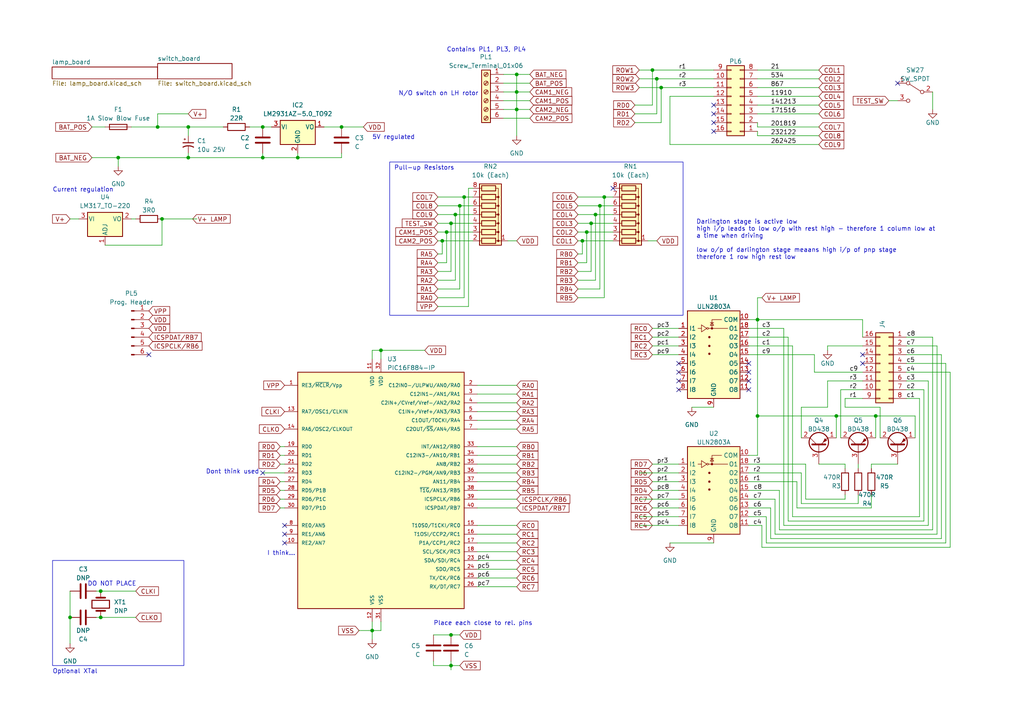
<source format=kicad_sch>
(kicad_sch (version 20230121) (generator eeschema)
  (paper "A4")
  (title_block (title "EngimaHut Switch Board"))
  (lib_symbols
    (symbol "Connector:Conn_01x06_Pin" (pin_names (offset 1.016) hide)
      (property "Reference" "J" (at 0 7.62 0))
      (property "Value" "Conn_01x06_Pin" (at 0 -10.16 0))
      (symbol "Conn_01x06_Pin_1_1"
        (pin passive line (at 5.08 5.08 180) (length 3.81) (name "Pin_1") (number "1"))
        (pin passive line (at 5.08 2.54 180) (length 3.81) (name "Pin_2") (number "2"))
        (pin passive line (at 5.08 0 180) (length 3.81) (name "Pin_3") (number "3"))
        (pin passive line (at 5.08 -2.54 180) (length 3.81) (name "Pin_4") (number "4"))
        (pin passive line (at 5.08 -5.08 180) (length 3.81) (name "Pin_5") (number "5"))
        (pin passive line (at 5.08 -7.62 180) (length 3.81) (name "Pin_6") (number "6"))
      )
    )
    (symbol "Connector:Screw_Terminal_01x06" (pin_names (offset 1.016) hide)
      (property "Reference" "J" (at 0 7.62 0))
      (property "Value" "Screw_Terminal_01x06" (at 0 -10.16 0))
      (symbol "Screw_Terminal_01x06_1_1"
        (pin passive line (at -5.08 5.08 0) (length 3.81) (name "Pin_1") (number "1"))
        (pin passive line (at -5.08 2.54 0) (length 3.81) (name "Pin_2") (number "2"))
        (pin passive line (at -5.08 0 0) (length 3.81) (name "Pin_3") (number "3"))
        (pin passive line (at -5.08 -2.54 0) (length 3.81) (name "Pin_4") (number "4"))
        (pin passive line (at -5.08 -5.08 0) (length 3.81) (name "Pin_5") (number "5"))
        (pin passive line (at -5.08 -7.62 0) (length 3.81) (name "Pin_6") (number "6"))
      )
    )
    (symbol "Connector_Generic:Conn_02x08_Counter_Clockwise" (pin_names (offset 1.016) hide)
      (property "Reference" "J" (at 1.27 10.16 0))
      (property "Value" "Conn_02x08_Counter_Clockwise" (at 1.27 -12.7 0))
      (symbol "Conn_02x08_Counter_Clockwise_1_1"
        (pin passive line (at -5.08 7.62 0) (length 3.81) (name "Pin_1") (number "1"))
        (pin passive line (at 7.62 -7.62 180) (length 3.81) (name "Pin_10") (number "10"))
        (pin passive line (at 7.62 -5.08 180) (length 3.81) (name "Pin_11") (number "11"))
        (pin passive line (at 7.62 -2.54 180) (length 3.81) (name "Pin_12") (number "12"))
        (pin passive line (at 7.62 0 180) (length 3.81) (name "Pin_13") (number "13"))
        (pin passive line (at 7.62 2.54 180) (length 3.81) (name "Pin_14") (number "14"))
        (pin passive line (at 7.62 5.08 180) (length 3.81) (name "Pin_15") (number "15"))
        (pin passive line (at 7.62 7.62 180) (length 3.81) (name "Pin_16") (number "16"))
        (pin passive line (at -5.08 5.08 0) (length 3.81) (name "Pin_2") (number "2"))
        (pin passive line (at -5.08 2.54 0) (length 3.81) (name "Pin_3") (number "3"))
        (pin passive line (at -5.08 0 0) (length 3.81) (name "Pin_4") (number "4"))
        (pin passive line (at -5.08 -2.54 0) (length 3.81) (name "Pin_5") (number "5"))
        (pin passive line (at -5.08 -5.08 0) (length 3.81) (name "Pin_6") (number "6"))
        (pin passive line (at -5.08 -7.62 0) (length 3.81) (name "Pin_7") (number "7"))
        (pin passive line (at -5.08 -10.16 0) (length 3.81) (name "Pin_8") (number "8"))
        (pin passive line (at 7.62 -10.16 180) (length 3.81) (name "Pin_9") (number "9"))
      )
    )
    (symbol "Device:C" (pin_numbers hide) (pin_names (offset 0.254))
      (property "Reference" "C" (at 0.635 2.54 0))
      (property "Value" "C" (at 0.635 -2.54 0))
      (symbol "C_1_1"
        (pin passive line (at 0 3.81 270) (length 2.794) (name "~") (number "1"))
        (pin passive line (at 0 -3.81 90) (length 2.794) (name "~") (number "2"))
      )
    )
    (symbol "Device:C_Polarized_Small_US" (pin_numbers hide) (pin_names (offset 0.254) hide)
      (property "Reference" "C" (at 0.254 1.778 0))
      (property "Value" "C_Polarized_Small_US" (at 0.254 -2.032 0))
      (symbol "C_Polarized_Small_US_1_1"
        (pin passive line (at 0 2.54 270) (length 2.032) (name "~") (number "1"))
        (pin passive line (at 0 -2.54 90) (length 2.032) (name "~") (number "2"))
      )
    )
    (symbol "Device:Crystal" (pin_numbers hide) (pin_names (offset 1.016) hide)
      (property "Reference" "Y" (at 0 3.81 0))
      (property "Value" "Crystal" (at 0 -3.81 0))
      (symbol "Crystal_1_1"
        (pin passive line (at -3.81 0 0) (length 1.27) (name "1") (number "1"))
        (pin passive line (at 3.81 0 180) (length 1.27) (name "2") (number "2"))
      )
    )
    (symbol "Device:Fuse" (pin_numbers hide) (pin_names (offset 0))
      (property "Reference" "F" (at 2.032 0 90))
      (property "Value" "Fuse" (at -1.905 0 90))
      (symbol "Fuse_1_1"
        (pin passive line (at 0 3.81 270) (length 1.27) (name "~") (number "1"))
        (pin passive line (at 0 -3.81 90) (length 1.27) (name "~") (number "2"))
      )
    )
    (symbol "Device:R" (pin_numbers hide) (pin_names (offset 0))
      (property "Reference" "R" (at 2.032 0 90))
      (property "Value" "R" (at 0 0 90))
      (symbol "R_1_1"
        (pin passive line (at 0 3.81 270) (length 1.27) (name "~") (number "1"))
        (pin passive line (at 0 -3.81 90) (length 1.27) (name "~") (number "2"))
      )
    )
    (symbol "Device:R_Network07" (pin_names (offset 0) hide)
      (property "Reference" "RN" (at -10.16 0 90))
      (property "Value" "R_Network07" (at 10.16 0 90))
      (symbol "R_Network07_1_1"
        (pin passive line (at -7.62 5.08 270) (length 2.54) (name "common") (number "1"))
        (pin passive line (at -7.62 -5.08 90) (length 1.27) (name "R1") (number "2"))
        (pin passive line (at -5.08 -5.08 90) (length 1.27) (name "R2") (number "3"))
        (pin passive line (at -2.54 -5.08 90) (length 1.27) (name "R3") (number "4"))
        (pin passive line (at 0 -5.08 90) (length 1.27) (name "R4") (number "5"))
        (pin passive line (at 2.54 -5.08 90) (length 1.27) (name "R5") (number "6"))
        (pin passive line (at 5.08 -5.08 90) (length 1.27) (name "R6") (number "7"))
        (pin passive line (at 7.62 -5.08 90) (length 1.27) (name "R7") (number "8"))
      )
    )
    (symbol "MCU_Microchip_PIC16:PIC16F884-IP" (pin_names (offset 1.016))
      (property "Reference" "U" (at 6.35 38.1 0))
      (property "Value" "PIC16F884-IP" (at 6.35 35.56 0))
      (symbol "PIC16F884-IP_1_1"
        (pin input line (at -27.94 30.48 0) (length 3.81) (name "RE3/~{MCLR}/Vpp") (number "1"))
        (pin bidirectional line (at -27.94 -15.24 0) (length 3.81) (name "RE2/AN7") (number "10"))
        (pin power_in line (at -2.54 38.1 270) (length 3.81) (name "VDD") (number "11"))
        (pin power_in line (at -2.54 -38.1 90) (length 3.81) (name "VSS") (number "12"))
        (pin bidirectional line (at -27.94 22.86 0) (length 3.81) (name "RA7/OSC1/CLKIN") (number "13"))
        (pin bidirectional line (at -27.94 17.78 0) (length 3.81) (name "RA6/OSC2/CLKOUT") (number "14"))
        (pin bidirectional line (at 27.94 -10.16 180) (length 3.81) (name "T10S0/T1CKI/RC0") (number "15"))
        (pin bidirectional line (at 27.94 -12.7 180) (length 3.81) (name "T1OSI/CCP2/RC1") (number "16"))
        (pin bidirectional line (at 27.94 -15.24 180) (length 3.81) (name "P1A/CCP1/RC2") (number "17"))
        (pin bidirectional line (at 27.94 -17.78 180) (length 3.81) (name "SCL/SCK/RC3") (number "18"))
        (pin bidirectional line (at -27.94 12.7 0) (length 3.81) (name "RD0") (number "19"))
        (pin bidirectional line (at 27.94 30.48 180) (length 3.81) (name "C12IN0-/ULPWU/AN0/RA0") (number "2"))
        (pin bidirectional line (at -27.94 10.16 0) (length 3.81) (name "RD1") (number "20"))
        (pin bidirectional line (at -27.94 7.62 0) (length 3.81) (name "RD2") (number "21"))
        (pin bidirectional line (at -27.94 5.08 0) (length 3.81) (name "RD3") (number "22"))
        (pin bidirectional line (at 27.94 -20.32 180) (length 3.81) (name "SDA/SDI/RC4") (number "23"))
        (pin bidirectional line (at 27.94 -22.86 180) (length 3.81) (name "SDO/RC5") (number "24"))
        (pin bidirectional line (at 27.94 -25.4 180) (length 3.81) (name "TX/CK/RC6") (number "25"))
        (pin bidirectional line (at 27.94 -27.94 180) (length 3.81) (name "RX/DT/RC7") (number "26"))
        (pin bidirectional line (at -27.94 2.54 0) (length 3.81) (name "RD4") (number "27"))
        (pin bidirectional line (at -27.94 0 0) (length 3.81) (name "RD5/P1B") (number "28"))
        (pin bidirectional line (at -27.94 -2.54 0) (length 3.81) (name "RD6/P1C") (number "29"))
        (pin bidirectional line (at 27.94 27.94 180) (length 3.81) (name "C12IN1-/AN1/RA1") (number "3"))
        (pin bidirectional line (at -27.94 -5.08 0) (length 3.81) (name "RD7/P1D") (number "30"))
        (pin power_in line (at 0 -38.1 90) (length 3.81) (name "VSS") (number "31"))
        (pin power_in line (at 0 38.1 270) (length 3.81) (name "VDD") (number "32"))
        (pin bidirectional line (at 27.94 12.7 180) (length 3.81) (name "INT/AN12/RB0") (number "33"))
        (pin bidirectional line (at 27.94 10.16 180) (length 3.81) (name "C12IN3-/AN10/RB1") (number "34"))
        (pin bidirectional line (at 27.94 7.62 180) (length 3.81) (name "AN8/RB2") (number "35"))
        (pin bidirectional line (at 27.94 5.08 180) (length 3.81) (name "C12IN2-/PGM/AN9/RB3") (number "36"))
        (pin bidirectional line (at 27.94 2.54 180) (length 3.81) (name "AN11/RB4") (number "37"))
        (pin bidirectional line (at 27.94 0 180) (length 3.81) (name "~{T1G}/AN13/RB5") (number "38"))
        (pin bidirectional line (at 27.94 -2.54 180) (length 3.81) (name "ICSPCLK/RB6") (number "39"))
        (pin bidirectional line (at 27.94 25.4 180) (length 3.81) (name "C2IN+/CVref/Vref-/AN2/RA2") (number "4"))
        (pin bidirectional line (at 27.94 -5.08 180) (length 3.81) (name "ICSPDAT/RB7") (number "40"))
        (pin bidirectional line (at 27.94 22.86 180) (length 3.81) (name "C1IN+/Vref+/AN3/RA3") (number "5"))
        (pin bidirectional line (at 27.94 20.32 180) (length 3.81) (name "C1OUT/T0CKI/RA4") (number "6"))
        (pin bidirectional line (at 27.94 17.78 180) (length 3.81) (name "C2OUT/~{SS}/AN4/RA5") (number "7"))
        (pin bidirectional line (at -27.94 -10.16 0) (length 3.81) (name "RE0/AN5") (number "8"))
        (pin bidirectional line (at -27.94 -12.7 0) (length 3.81) (name "RE1/AN6") (number "9"))
      )
    )
    (symbol "Regulator_Linear:LM2931AZ-5.0_TO92" (pin_names (offset 0.254))
      (property "Reference" "U" (at -3.81 3.175 0))
      (property "Value" "LM2931AZ-5.0_TO92" (at 0 3.175 0))
      (symbol "LM2931AZ-5.0_TO92_1_1"
        (pin power_out line (at 7.62 0 180) (length 2.54) (name "VO") (number "1"))
        (pin power_in line (at 0 -7.62 90) (length 2.54) (name "GND") (number "2"))
        (pin power_in line (at -7.62 0 0) (length 2.54) (name "VI") (number "3"))
      )
    )
    (symbol "Regulator_Linear:LM317_TO-220" (pin_names (offset 0.254))
      (property "Reference" "U" (at -3.81 3.175 0))
      (property "Value" "LM317_TO-220" (at 0 3.175 0))
      (symbol "LM317_TO-220_1_1"
        (pin input line (at 0 -7.62 90) (length 2.54) (name "ADJ") (number "1"))
        (pin power_out line (at 7.62 0 180) (length 2.54) (name "VO") (number "2"))
        (pin power_in line (at -7.62 0 0) (length 2.54) (name "VI") (number "3"))
      )
    )
    (symbol "Switch:SW_SPDT" (pin_names (offset 0) hide)
      (property "Reference" "SW" (at 0 4.318 0))
      (property "Value" "SW_SPDT" (at 0 -5.08 0))
      (symbol "SW_SPDT_1_1"
        (pin passive line (at 5.08 2.54 180) (length 2.54) (name "A") (number "1"))
        (pin passive line (at -5.08 0 0) (length 2.54) (name "B") (number "2"))
        (pin passive line (at 5.08 -2.54 180) (length 2.54) (name "C") (number "3"))
      )
    )
    (symbol "Transistor_Array:ULN2803A"
      (property "Reference" "U" (at 0 13.335 0))
      (property "Value" "ULN2803A" (at 0 11.43 0))
      (symbol "ULN2803A_1_1"
        (pin input line (at -10.16 5.08 0) (length 2.54) (name "I1") (number "1"))
        (pin passive line (at 10.16 7.62 180) (length 2.54) (name "COM") (number "10"))
        (pin open_collector line (at 10.16 -12.7 180) (length 2.54) (name "O8") (number "11"))
        (pin open_collector line (at 10.16 -10.16 180) (length 2.54) (name "O7") (number "12"))
        (pin open_collector line (at 10.16 -7.62 180) (length 2.54) (name "O6") (number "13"))
        (pin open_collector line (at 10.16 -5.08 180) (length 2.54) (name "O5") (number "14"))
        (pin open_collector line (at 10.16 -2.54 180) (length 2.54) (name "O4") (number "15"))
        (pin open_collector line (at 10.16 0 180) (length 2.54) (name "O3") (number "16"))
        (pin open_collector line (at 10.16 2.54 180) (length 2.54) (name "O2") (number "17"))
        (pin open_collector line (at 10.16 5.08 180) (length 2.54) (name "O1") (number "18"))
        (pin input line (at -10.16 2.54 0) (length 2.54) (name "I2") (number "2"))
        (pin input line (at -10.16 0 0) (length 2.54) (name "I3") (number "3"))
        (pin input line (at -10.16 -2.54 0) (length 2.54) (name "I4") (number "4"))
        (pin input line (at -10.16 -5.08 0) (length 2.54) (name "I5") (number "5"))
        (pin input line (at -10.16 -7.62 0) (length 2.54) (name "I6") (number "6"))
        (pin input line (at -10.16 -10.16 0) (length 2.54) (name "I7") (number "7"))
        (pin input line (at -10.16 -12.7 0) (length 2.54) (name "I8") (number "8"))
        (pin power_in line (at 0 -17.78 90) (length 2.54) (name "GND") (number "9"))
      )
    )
    (symbol "Transistor_BJT:BD438" (pin_names (offset 0) hide)
      (property "Reference" "Q" (at 5.08 1.905 0))
      (property "Value" "BD438" (at 5.08 0 0))
      (symbol "BD438_1_1"
        (pin passive line (at 2.54 -5.08 90) (length 2.54) (name "E") (number "1"))
        (pin passive line (at 2.54 5.08 270) (length 2.54) (name "C") (number "2"))
        (pin input line (at -5.08 0 0) (length 5.08) (name "B") (number "3"))
      )
    )
    (symbol "power:GND" (power) (pin_names (offset 0))
      (property "Value" "GND" (at 0 -3.81 0))
      (symbol "GND_1_1"
        (pin power_in line (at 0 0 270) (length 0) hide (name "GND") (number "1"))
      )
    )
  )
  (junction (at 54.61 45.72))
  (junction (at 130.81 193.04))
  (junction (at 76.2 36.83))
  (junction (at 219.71 120.65))
  (junction (at 130.81 64.77))
  (junction (at 190.5 22.86))
  (junction (at 173.99 59.69))
  (junction (at 149.86 21.59))
  (junction (at 129.54 67.31))
  (junction (at 29.21 179.07))
  (junction (at 46.99 63.5))
  (junction (at 191.77 25.4))
  (junction (at 170.18 67.31))
  (junction (at 219.71 92.71))
  (junction (at 54.61 36.83))
  (junction (at 149.86 31.75))
  (junction (at 171.45 64.77))
  (junction (at 132.08 62.23))
  (junction (at 149.86 26.67))
  (junction (at 133.35 59.69))
  (junction (at 34.29 45.72))
  (junction (at 172.72 62.23))
  (junction (at 110.49 101.6))
  (junction (at 189.23 20.32))
  (junction (at 168.91 69.85))
  (junction (at 99.06 36.83))
  (junction (at 107.95 182.88))
  (junction (at 76.2 45.72))
  (junction (at 29.21 171.45))
  (junction (at 242.57 120.65))
  (junction (at 130.81 184.15))
  (junction (at 254 120.65))
  (junction (at 45.72 36.83))
  (junction (at 134.62 57.15))
  (junction (at 86.36 45.72))
  (junction (at 20.32 179.07))
  (junction (at 175.26 57.15))
  (junction (at 128.27 69.85))
  (no_connect (at 217.17 105.41))
  (no_connect (at 207.01 35.56))
  (no_connect (at 196.85 107.95))
  (no_connect (at 217.17 110.49))
  (no_connect (at 217.17 113.03))
  (no_connect (at 76.2 137.16))
  (no_connect (at 82.55 157.48))
  (no_connect (at 196.85 105.41))
  (no_connect (at 196.85 110.49))
  (no_connect (at 196.85 113.03))
  (no_connect (at 43.18 102.87))
  (no_connect (at 82.55 152.4))
  (no_connect (at 217.17 107.95))
  (no_connect (at 250.19 105.41))
  (no_connect (at 82.55 154.94))
  (no_connect (at 177.8 54.61))
  (no_connect (at 260.35 24.13))
  (no_connect (at 250.19 102.87))
  (no_connect (at 207.01 38.1))
  (no_connect (at 207.01 30.48))
  (no_connect (at 207.01 33.02))
  (wire (pts (xy 177.8 69.85) (xy 168.91 69.85)))
  (wire (pts (xy 154.8924 159.9924) (xy 154.94 160.02)))
  (wire (pts (xy 274.32 157.48) (xy 274.32 105.41)))
  (wire (pts (xy 219.71 36.83) (xy 219.71 35.56)))
  (wire (pts (xy 222.25 157.48) (xy 274.32 157.48)))
  (wire (pts (xy 76.2 36.83) (xy 78.74 36.83)))
  (wire (pts (xy 219.71 25.4) (xy 237.49 25.4)))
  (wire (pts (xy 229.87 149.86) (xy 266.7 149.86)))
  (wire (pts (xy 228.6 97.79) (xy 228.6 151.13)))
  (wire (pts (xy 135.89 54.61) (xy 135.89 88.9)))
  (wire (pts (xy 232.41 146.05) (xy 232.41 137.16)))
  (wire (pts (xy 135.89 88.9) (xy 127 88.9)))
  (wire (pts (xy 171.45 64.77) (xy 171.45 78.74)))
  (wire (pts (xy 189.23 102.87) (xy 196.85 102.87)))
  (wire (pts (xy 29.21 171.45) (xy 27.94 171.45)))
  (wire (pts (xy 76.2 137.16) (xy 82.55 137.16)))
  (wire (pts (xy 184.15 35.56) (xy 191.77 35.56)))
  (wire (pts (xy 146.05 21.59) (xy 149.86 21.59)))
  (wire (pts (xy 254 127) (xy 254 120.65)))
  (wire (pts (xy 54.61 39.37) (xy 54.61 36.83)))
  (wire (pts (xy 220.98 158.75) (xy 275.59 158.75)))
  (wire (pts (xy 219.71 86.36) (xy 220.98 86.36)))
  (wire (pts (xy 72.39 36.83) (xy 76.2 36.83)))
  (wire (pts (xy 219.71 22.86) (xy 237.49 22.86)))
  (wire (pts (xy 184.15 95.2776) (xy 184.1976 95.2776)))
  (wire (pts (xy 175.26 57.15) (xy 175.26 86.36)))
  (wire (pts (xy 236.22 107.95) (xy 236.22 102.87)))
  (wire (pts (xy 191.77 25.4) (xy 207.01 25.4)))
  (wire (pts (xy 110.49 182.88) (xy 110.49 180.34)))
  (wire (pts (xy 219.71 39.37) (xy 237.49 39.37)))
  (wire (pts (xy 138.43 170.18) (xy 149.86 170.18)))
  (wire (pts (xy 154.94 159.9924) (xy 154.8924 159.9924)))
  (wire (pts (xy 146.05 26.67) (xy 149.86 26.67)))
  (wire (pts (xy 76.2 45.72) (xy 54.61 45.72)))
  (wire (pts (xy 255.27 118.11) (xy 255.27 127)))
  (wire (pts (xy 132.08 62.23) (xy 132.08 81.28)))
  (wire (pts (xy 240.03 100.33) (xy 250.19 100.33)))
  (wire (pts (xy 222.25 149.86) (xy 222.25 157.48)))
  (wire (pts (xy 248.92 146.05) (xy 232.41 146.05)))
  (wire (pts (xy 217.17 95.25) (xy 227.33 95.25)))
  (wire (pts (xy 266.7 115.57) (xy 262.89 115.57)))
  (wire (pts (xy 99.06 36.83) (xy 105.41 36.83)))
  (wire (pts (xy 242.57 120.65) (xy 242.57 127)))
  (wire (pts (xy 223.52 147.32) (xy 223.52 156.21)))
  (wire (pts (xy 133.35 59.69) (xy 127 59.69)))
  (wire (pts (xy 81.28 134.62) (xy 82.55 134.62)))
  (wire (pts (xy 137.16 59.69) (xy 133.35 59.69)))
  (wire (pts (xy 168.91 73.66) (xy 167.64 73.66)))
  (wire (pts (xy 262.89 107.95) (xy 275.59 107.95)))
  (wire (pts (xy 86.36 44.45) (xy 86.36 45.72)))
  (wire (pts (xy 191.77 25.4) (xy 191.77 35.56)))
  (wire (pts (xy 245.11 118.11) (xy 245.11 115.57)))
  (wire (pts (xy 231.14 139.7) (xy 231.14 147.32)))
  (wire (pts (xy 273.05 156.21) (xy 273.05 102.87)))
  (wire (pts (xy 189.23 139.7) (xy 196.85 139.7)))
  (wire (pts (xy 104.14 182.88) (xy 107.95 182.88)))
  (wire (pts (xy 125.73 184.15) (xy 130.81 184.15)))
  (wire (pts (xy 227.33 152.4) (xy 269.24 152.4)))
  (wire (pts (xy 217.17 92.71) (xy 219.71 92.71)))
  (wire (pts (xy 149.86 124.46) (xy 138.43 124.46)))
  (wire (pts (xy 130.81 193.04) (xy 133.35 193.04)))
  (wire (pts (xy 29.21 179.07) (xy 39.37 179.07)))
  (wire (pts (xy 217.17 134.62) (xy 233.68 134.62)))
  (wire (pts (xy 172.72 81.28) (xy 167.64 81.28)))
  (wire (pts (xy 222.25 149.86) (xy 217.17 149.86)))
  (wire (pts (xy 248.92 143.51) (xy 248.92 146.05)))
  (wire (pts (xy 137.16 67.31) (xy 129.54 67.31)))
  (wire (pts (xy 245.11 115.57) (xy 250.19 115.57)))
  (wire (pts (xy 224.79 144.78) (xy 224.79 154.94)))
  (wire (pts (xy 138.43 160.02) (xy 149.86 160.02)))
  (wire (pts (xy 93.98 36.83) (xy 99.06 36.83)))
  (wire (pts (xy 34.29 45.72) (xy 54.61 45.72)))
  (wire (pts (xy 219.71 92.71) (xy 250.19 92.71)))
  (wire (pts (xy 184.1976 95.2776) (xy 184.15 95.25)))
  (wire (pts (xy 194.31 27.94) (xy 207.01 27.94)))
  (wire (pts (xy 172.72 62.23) (xy 172.72 81.28)))
  (wire (pts (xy 149.86 137.16) (xy 138.43 137.16)))
  (wire (pts (xy 219.71 39.37) (xy 219.71 38.1)))
  (wire (pts (xy 189.23 95.25) (xy 196.85 95.25)))
  (wire (pts (xy 149.86 31.75) (xy 149.86 39.37)))
  (wire (pts (xy 219.71 27.94) (xy 237.49 27.94)))
  (wire (pts (xy 243.84 113.03) (xy 250.19 113.03)))
  (wire (pts (xy 146.05 24.13) (xy 153.67 24.13)))
  (wire (pts (xy 217.17 144.78) (xy 224.79 144.78)))
  (wire (pts (xy 254 120.65) (xy 265.43 120.65)))
  (wire (pts (xy 269.24 152.4) (xy 269.24 110.49)))
  (wire (pts (xy 134.62 57.15) (xy 134.62 86.36)))
  (wire (pts (xy 29.21 179.07) (xy 27.94 179.07)))
  (wire (pts (xy 207.01 157.48) (xy 194.31 157.48)))
  (wire (pts (xy 26.67 45.72) (xy 34.29 45.72)))
  (wire (pts (xy 219.71 92.71) (xy 219.71 86.36)))
  (wire (pts (xy 185.42 25.4) (xy 191.77 25.4)))
  (wire (pts (xy 99.06 44.45) (xy 99.06 45.72)))
  (wire (pts (xy 189.23 100.33) (xy 196.85 100.33)))
  (wire (pts (xy 76.2 44.45) (xy 76.2 45.72)))
  (wire (pts (xy 262.89 97.79) (xy 270.51 97.79)))
  (wire (pts (xy 170.18 67.31) (xy 170.18 76.2)))
  (wire (pts (xy 149.86 134.62) (xy 138.43 134.62)))
  (wire (pts (xy 168.91 69.85) (xy 168.91 73.66)))
  (wire (pts (xy 177.8 64.77) (xy 171.45 64.77)))
  (wire (pts (xy 262.89 113.03) (xy 267.97 113.03)))
  (wire (pts (xy 185.42 152.4) (xy 196.85 152.4)))
  (wire (pts (xy 130.81 78.74) (xy 127 78.74)))
  (wire (pts (xy 170.18 76.2) (xy 167.64 76.2)))
  (wire (pts (xy 81.28 142.24) (xy 82.55 142.24)))
  (wire (pts (xy 223.52 147.32) (xy 217.17 147.32)))
  (wire (pts (xy 242.57 120.65) (xy 254 120.65)))
  (wire (pts (xy 173.99 59.69) (xy 173.99 83.82)))
  (wire (pts (xy 226.06 142.24) (xy 226.06 153.67)))
  (wire (pts (xy 240.03 110.49) (xy 250.19 110.49)))
  (wire (pts (xy 138.43 154.94) (xy 149.86 154.94)))
  (wire (pts (xy 233.68 144.78) (xy 245.11 144.78)))
  (wire (pts (xy 217.17 97.79) (xy 228.6 97.79)))
  (wire (pts (xy 231.14 139.7) (xy 217.17 139.7)))
  (wire (pts (xy 133.35 83.82) (xy 127 83.82)))
  (wire (pts (xy 137.16 64.77) (xy 130.81 64.77)))
  (wire (pts (xy 130.81 193.04) (xy 130.81 194.31)))
  (wire (pts (xy 149.86 21.59) (xy 153.67 21.59)))
  (wire (pts (xy 133.35 59.69) (xy 133.35 83.82)))
  (wire (pts (xy 219.71 20.32) (xy 237.49 20.32)))
  (wire (pts (xy 30.48 71.12) (xy 46.99 71.12)))
  (wire (pts (xy 219.71 132.08) (xy 217.17 132.08)))
  (wire (pts (xy 54.61 36.83) (xy 64.77 36.83)))
  (wire (pts (xy 81.28 144.78) (xy 82.55 144.78)))
  (wire (pts (xy 175.26 86.36) (xy 167.64 86.36)))
  (wire (pts (xy 34.29 45.72) (xy 34.29 48.26)))
  (wire (pts (xy 262.89 110.49) (xy 269.24 110.49)))
  (wire (pts (xy 220.98 152.4) (xy 217.17 152.4)))
  (wire (pts (xy 177.8 62.23) (xy 172.72 62.23)))
  (wire (pts (xy 245.11 144.78) (xy 245.11 143.51)))
  (wire (pts (xy 38.1 36.83) (xy 45.72 36.83)))
  (wire (pts (xy 185.42 22.86) (xy 190.5 22.86)))
  (wire (pts (xy 81.28 132.08) (xy 82.55 132.08)))
  (wire (pts (xy 138.43 152.4) (xy 149.86 152.4)))
  (wire (pts (xy 240.03 101.6) (xy 240.03 100.33)))
  (wire (pts (xy 219.71 33.02) (xy 237.49 33.02)))
  (wire (pts (xy 125.73 193.04) (xy 130.81 193.04)))
  (wire (pts (xy 149.86 144.78) (xy 138.43 144.78)))
  (wire (pts (xy 271.78 154.94) (xy 271.78 100.33)))
  (wire (pts (xy 130.81 64.77) (xy 130.81 78.74)))
  (wire (pts (xy 219.71 30.48) (xy 237.49 30.48)))
  (wire (pts (xy 149.86 31.75) (xy 153.67 31.75)))
  (wire (pts (xy 233.68 134.62) (xy 233.68 144.78)))
  (wire (pts (xy 185.42 149.86) (xy 196.85 149.86)))
  (wire (pts (xy 189.23 20.32) (xy 207.01 20.32)))
  (wire (pts (xy 255.27 118.11) (xy 245.11 118.11)))
  (wire (pts (xy 224.79 154.94) (xy 271.78 154.94)))
  (wire (pts (xy 38.1 63.5) (xy 39.37 63.5)))
  (wire (pts (xy 243.84 113.03) (xy 243.84 127)))
  (wire (pts (xy 45.72 33.02) (xy 54.61 33.02)))
  (wire (pts (xy 248.92 135.89) (xy 248.92 134.62)))
  (wire (pts (xy 149.86 114.3) (xy 138.43 114.3)))
  (wire (pts (xy 107.95 104.14) (xy 107.95 101.6)))
  (wire (pts (xy 172.72 62.23) (xy 167.64 62.23)))
  (wire (pts (xy 189.23 142.24) (xy 196.85 142.24)))
  (wire (pts (xy 240.03 118.11) (xy 240.03 110.49)))
  (wire (pts (xy 185.42 144.78) (xy 196.85 144.78)))
  (wire (pts (xy 227.33 95.25) (xy 227.33 152.4)))
  (wire (pts (xy 177.8 57.15) (xy 175.26 57.15)))
  (wire (pts (xy 20.32 179.07) (xy 20.32 186.69)))
  (wire (pts (xy 257.81 29.21) (xy 260.35 29.21)))
  (wire (pts (xy 110.49 101.6) (xy 110.49 104.14)))
  (wire (pts (xy 134.62 57.15) (xy 127 57.15)))
  (wire (pts (xy 149.86 132.08) (xy 138.43 132.08)))
  (wire (pts (xy 138.43 165.1) (xy 149.86 165.1)))
  (wire (pts (xy 189.23 147.32) (xy 196.85 147.32)))
  (wire (pts (xy 177.8 59.69) (xy 173.99 59.69)))
  (wire (pts (xy 219.71 36.83) (xy 237.49 36.83)))
  (wire (pts (xy 138.43 167.64) (xy 149.86 167.64)))
  (wire (pts (xy 171.45 78.74) (xy 167.64 78.74)))
  (wire (pts (xy 207.01 118.11) (xy 200.66 118.11)))
  (wire (pts (xy 250.19 92.71) (xy 250.19 97.79)))
  (wire (pts (xy 20.32 63.5) (xy 22.86 63.5)))
  (wire (pts (xy 194.31 41.91) (xy 194.31 27.94)))
  (wire (pts (xy 149.86 121.92) (xy 138.43 121.92)))
  (wire (pts (xy 130.81 64.77) (xy 127 64.77)))
  (wire (pts (xy 232.41 118.11) (xy 240.03 118.11)))
  (wire (pts (xy 252.73 147.32) (xy 252.73 143.51)))
  (wire (pts (xy 45.72 36.83) (xy 45.72 33.02)))
  (wire (pts (xy 184.15 95.25) (xy 184.15 95.2776)))
  (wire (pts (xy 128.27 69.85) (xy 128.27 73.66)))
  (wire (pts (xy 130.81 184.15) (xy 133.35 184.15)))
  (wire (pts (xy 128.27 73.66) (xy 127 73.66)))
  (wire (pts (xy 130.81 193.04) (xy 130.81 191.77)))
  (wire (pts (xy 138.43 162.56) (xy 149.86 162.56)))
  (wire (pts (xy 252.73 134.62) (xy 260.35 134.62)))
  (wire (pts (xy 149.86 119.38) (xy 138.43 119.38)))
  (wire (pts (xy 86.36 45.72) (xy 76.2 45.72)))
  (wire (pts (xy 265.43 127) (xy 265.43 120.65)))
  (wire (pts (xy 189.23 20.32) (xy 189.23 30.48)))
  (wire (pts (xy 171.45 64.77) (xy 167.64 64.77)))
  (wire (pts (xy 177.8 67.31) (xy 170.18 67.31)))
  (wire (pts (xy 267.97 151.13) (xy 267.97 113.03)))
  (wire (pts (xy 128.27 69.85) (xy 127 69.85)))
  (wire (pts (xy 146.05 29.21) (xy 153.67 29.21)))
  (wire (pts (xy 231.14 147.32) (xy 252.73 147.32)))
  (wire (pts (xy 189.23 97.79) (xy 196.85 97.79)))
  (wire (pts (xy 217.17 102.87) (xy 236.22 102.87)))
  (wire (pts (xy 46.99 63.5) (xy 57.15 63.5)))
  (wire (pts (xy 137.16 62.23) (xy 132.08 62.23)))
  (wire (pts (xy 134.62 86.36) (xy 127 86.36)))
  (wire (pts (xy 275.59 158.75) (xy 275.59 107.95)))
  (wire (pts (xy 262.89 105.41) (xy 274.32 105.41)))
  (wire (pts (xy 190.5 69.85) (xy 187.96 69.85)))
  (wire (pts (xy 137.16 69.85) (xy 128.27 69.85)))
  (wire (pts (xy 252.73 134.62) (xy 252.73 135.89)))
  (wire (pts (xy 99.06 45.72) (xy 86.36 45.72)))
  (wire (pts (xy 270.51 153.67) (xy 270.51 97.79)))
  (wire (pts (xy 137.16 54.61) (xy 135.89 54.61)))
  (wire (pts (xy 110.49 182.88) (xy 107.95 182.88)))
  (wire (pts (xy 149.86 26.67) (xy 153.67 26.67)))
  (wire (pts (xy 154.94 160.02) (xy 154.94 159.9924)))
  (wire (pts (xy 232.41 127) (xy 232.41 118.11)))
  (wire (pts (xy 190.5 22.86) (xy 207.01 22.86)))
  (wire (pts (xy 149.86 69.85) (xy 147.32 69.85)))
  (wire (pts (xy 129.54 76.2) (xy 127 76.2)))
  (wire (pts (xy 245.11 134.62) (xy 237.49 134.62)))
  (wire (pts (xy 219.71 120.65) (xy 219.71 132.08)))
  (wire (pts (xy 20.32 171.45) (xy 20.32 179.07)))
  (wire (pts (xy 217.17 142.24) (xy 226.06 142.24)))
  (wire (pts (xy 132.08 81.28) (xy 127 81.28)))
  (wire (pts (xy 149.86 129.54) (xy 138.43 129.54)))
  (wire (pts (xy 220.98 152.4) (xy 220.98 158.75)))
  (wire (pts (xy 149.86 111.76) (xy 138.43 111.76)))
  (wire (pts (xy 262.89 102.87) (xy 273.05 102.87)))
  (wire (pts (xy 270.51 26.67) (xy 270.51 31.75)))
  (wire (pts (xy 46.99 63.5) (xy 46.99 71.12)))
  (wire (pts (xy 81.28 139.7) (xy 82.55 139.7)))
  (wire (pts (xy 29.21 171.45) (xy 39.37 171.45)))
  (wire (pts (xy 54.61 44.45) (xy 54.61 45.72)))
  (wire (pts (xy 185.42 20.32) (xy 189.23 20.32)))
  (wire (pts (xy 125.73 193.04) (xy 125.73 191.77)))
  (wire (pts (xy 219.71 120.65) (xy 242.57 120.65)))
  (wire (pts (xy 185.42 137.16) (xy 196.85 137.16)))
  (wire (pts (xy 81.28 129.54) (xy 82.55 129.54)))
  (wire (pts (xy 190.5 22.86) (xy 190.5 33.02)))
  (wire (pts (xy 146.05 34.29) (xy 153.67 34.29)))
  (wire (pts (xy 149.86 147.32) (xy 138.43 147.32)))
  (wire (pts (xy 266.7 149.86) (xy 266.7 115.57)))
  (wire (pts (xy 110.49 101.6) (xy 107.95 101.6)))
  (wire (pts (xy 237.49 41.91) (xy 194.31 41.91)))
  (wire (pts (xy 189.23 134.62) (xy 196.85 134.62)))
  (wire (pts (xy 129.54 67.31) (xy 127 67.31)))
  (wire (pts (xy 149.86 139.7) (xy 138.43 139.7)))
  (wire (pts (xy 132.08 62.23) (xy 127 62.23)))
  (wire (pts (xy 107.95 182.88) (xy 107.95 185.42)))
  (wire (pts (xy 175.26 57.15) (xy 167.64 57.15)))
  (wire (pts (xy 173.99 59.69) (xy 167.64 59.69)))
  (wire (pts (xy 149.86 26.67) (xy 149.86 31.75)))
  (wire (pts (xy 228.6 151.13) (xy 267.97 151.13)))
  (wire (pts (xy 217.17 137.16) (xy 232.41 137.16)))
  (wire (pts (xy 184.15 30.48) (xy 189.23 30.48)))
  (wire (pts (xy 245.11 134.62) (xy 245.11 135.89)))
  (wire (pts (xy 229.87 100.33) (xy 229.87 149.86)))
  (wire (pts (xy 168.91 69.85) (xy 167.64 69.85)))
  (wire (pts (xy 149.86 116.84) (xy 138.43 116.84)))
  (wire (pts (xy 137.16 57.15) (xy 134.62 57.15)))
  (wire (pts (xy 149.86 142.24) (xy 138.43 142.24)))
  (wire (pts (xy 217.17 100.33) (xy 229.87 100.33)))
  (wire (pts (xy 184.15 33.02) (xy 190.5 33.02)))
  (wire (pts (xy 81.28 147.32) (xy 82.55 147.32)))
  (wire (pts (xy 26.67 36.83) (xy 30.48 36.83)))
  (wire (pts (xy 170.18 67.31) (xy 167.64 67.31)))
  (wire (pts (xy 138.43 157.48) (xy 149.86 157.48)))
  (wire (pts (xy 107.95 180.34) (xy 107.95 182.88)))
  (wire (pts (xy 149.86 21.59) (xy 149.86 26.67)))
  (wire (pts (xy 173.99 83.82) (xy 167.64 83.82)))
  (wire (pts (xy 223.52 156.21) (xy 273.05 156.21)))
  (wire (pts (xy 219.71 92.71) (xy 219.71 120.65)))
  (wire (pts (xy 236.22 107.95) (xy 250.19 107.95)))
  (wire (pts (xy 146.05 31.75) (xy 149.86 31.75)))
  (wire (pts (xy 129.54 67.31) (xy 129.54 76.2)))
  (wire (pts (xy 226.06 153.67) (xy 270.51 153.67)))
  (wire (pts (xy 45.72 36.83) (xy 54.61 36.83)))
  (wire (pts (xy 110.49 101.6) (xy 123.19 101.6)))
  (wire (pts (xy 262.89 100.33) (xy 271.78 100.33)))
  (rectangle (start 15.24 162.56) (end 53.34 193.04))
  (rectangle (start 113.03 46.99) (end 198.12 91.44))
  (text "Dont think used\n\n" (at 59.69 139.7 0) (effects (font (size 1.27 1.27)) (justify left bottom)))
  (text "Place each close to rel. pins " (at 125.73 181.61 0) (effects (font (size 1.27 1.27)) (justify left bottom)))
  (text "5V regulated" (at 107.95 40.64 0) (effects (font (size 1.27 1.27)) (justify left bottom)))
  (text "DO NOT PLACE" (at 25.4 170.18 0) (effects (font (size 1.27 1.27)) (justify left bottom)))
  (text "Current regulation" (at 15.24 55.88 0) (effects (font (size 1.27 1.27)) (justify left bottom)))
  (text "Optional XTal" (at 15.24 195.58 0) (effects (font (size 1.27 1.27)) (justify left bottom)))
  (text "Darlington stage is active low\nhigh i/p leads to low o/p with rest high - therefore 1 column low at \na time when driving \n\nlow o/p of darlington stage meaans high i/p of pnp stage\ntherefore 1 row high rest low\n\n" (at 201.93 77.47 0) (effects (font (size 1.27 1.27)) (justify left bottom)))
  (text "N/O switch on LH rotor\n" (at 115.57 27.94 0) (effects (font (size 1.27 1.27)) (justify left bottom)))
  (text "Contains PL1, PL3, PL4\n" (at 129.54 15.24 0) (effects (font (size 1.27 1.27)) (justify left bottom)))
  (text "Pull-up Resistors" (at 114.3 49.53 0) (effects (font (size 1.27 1.27)) (justify left bottom)))
  (text "I think...\n" (at 77.47 161.29 0) (effects (font (size 1.27 1.27)) (justify left bottom)))
  (label "867" (at 223.52 25.4 0))
  (label "c7" (at 262.89 100.33 0))
  (label "r2" (at 246.38 113.03 0))
  (label "pc4" (at 190.5 152.4 0))
  (label "c6" (at 218.44 147.32 0))
  (label "c1" (at 262.89 115.57 0))
  (label "21" (at 223.52 20.32 0))
  (label "r1" (at 196.85 20.32 0))
  (label "pc4" (at 138.43 162.56 0))
  (label "11910" (at 223.52 27.94 0))
  (label "c9" (at 220.98 102.87 0))
  (label "pc9" (at 190.5 102.87 0))
  (label "c3" (at 262.89 110.49 0))
  (label "c5" (at 218.44 149.86 0))
  (label "c2" (at 262.89 113.03 0))
  (label "pc6" (at 190.5 147.32 0))
  (label "c9" (at 246.38 107.95 0))
  (label "c8" (at 218.5468 142.24 0))
  (label "pc5" (at 190.5 149.86 0))
  (label "pc3" (at 190.5 95.25 0))
  (label "pc1" (at 190.5 100.33 0))
  (label "c4" (at 218.44 152.4 0))
  (label "r1" (at 246.38 115.57 0))
  (label "r3" (at 246.38 110.49 0))
  (label "pc7" (at 190.5 144.78 0))
  (label "pr1" (at 190.5 139.7 0))
  (label "pc8" (at 190.5 142.24 0))
  (label "pr3" (at 190.5 134.62 0))
  (label "262425" (at 223.52 41.91 0))
  (label "r3" (at 218.44 134.62 0))
  (label "pc5" (at 138.43 165.1 0))
  (label "pr2" (at 190.5 137.16 0))
  (label "c6" (at 262.89 102.87 0))
  (label "c5" (at 262.89 105.41 0))
  (label "232122" (at 223.52 39.37 0))
  (label "c4" (at 262.89 107.95 0))
  (label "r1" (at 218.44 139.7 0))
  (label "c8" (at 262.9968 97.79 0))
  (label "r2" (at 196.85 22.86 0))
  (label "pc6" (at 138.43 167.64 0))
  (label "r2" (at 218.44 137.16 0))
  (label "141213" (at 223.52 30.48 0))
  (label "c3" (at 220.98 95.25 0))
  (label "c1" (at 220.98 100.33 0))
  (label "pc2" (at 190.5 97.79 0))
  (label "171516" (at 223.52 33.02 0))
  (label "r3" (at 196.85 25.4 0))
  (label "pc7" (at 138.43 170.18 0))
  (label "534" (at 223.52 22.86 0))
  (label "c7" (at 218.44 144.78 0))
  (label "c2" (at 220.98 97.79 0))
  (label "201819" (at 223.52 36.83 0))
  (global_label "CLKI" (shape input) (at 39.37 171.45 0) (property "Intersheetrefs" "${INTERSHEET_REFS}" (effects hide)))
  (global_label "RD6" (shape input) (at 189.23 137.16 180) (property "Intersheetrefs" "${INTERSHEET_REFS}" (effects hide)))
  (global_label "RD6" (shape input) (at 81.28 144.78 180) (property "Intersheetrefs" "${INTERSHEET_REFS}" (effects hide)))
  (global_label "RD0" (shape input) (at 81.28 129.54 180) (property "Intersheetrefs" "${INTERSHEET_REFS}" (effects hide)))
  (global_label "ICSPCLK{slash}RB6" (shape input) (at 149.86 144.78 0) (property "Intersheetrefs" "${INTERSHEET_REFS}" (effects hide)))
  (global_label "COL8" (shape input) (at 127 59.69 180) (property "Intersheetrefs" "${INTERSHEET_REFS}" (effects hide)))
  (global_label "ICSPCLK{slash}RB6" (shape input) (at 43.18 100.33 0) (property "Intersheetrefs" "${INTERSHEET_REFS}" (effects hide)))
  (global_label "RB0" (shape input) (at 167.64 73.66 180) (property "Intersheetrefs" "${INTERSHEET_REFS}" (effects hide)))
  (global_label "RA3" (shape input) (at 127 78.74 180) (property "Intersheetrefs" "${INTERSHEET_REFS}" (effects hide)))
  (global_label "RC1" (shape input) (at 189.23 97.79 180) (property "Intersheetrefs" "${INTERSHEET_REFS}" (effects hide)))
  (global_label "RC2" (shape input) (at 189.23 100.33 180) (property "Intersheetrefs" "${INTERSHEET_REFS}" (effects hide)))
  (global_label "COL2" (shape input) (at 237.49 22.86 0) (property "Intersheetrefs" "${INTERSHEET_REFS}" (effects hide)))
  (global_label "RB4" (shape input) (at 149.86 139.7 0) (property "Intersheetrefs" "${INTERSHEET_REFS}" (effects hide)))
  (global_label "CAM1_POS" (shape input) (at 153.67 29.21 0) (property "Intersheetrefs" "${INTERSHEET_REFS}" (effects hide)))
  (global_label "CLKO" (shape input) (at 82.55 124.46 180) (property "Intersheetrefs" "${INTERSHEET_REFS}" (effects hide)))
  (global_label "RC7" (shape input) (at 149.86 170.18 0) (property "Intersheetrefs" "${INTERSHEET_REFS}" (effects hide)))
  (global_label "VDD" (shape input) (at 190.5 69.85 0) (property "Intersheetrefs" "${INTERSHEET_REFS}" (effects hide)))
  (global_label "VDD" (shape input) (at 149.86 69.85 0) (property "Intersheetrefs" "${INTERSHEET_REFS}" (effects hide)))
  (global_label "RA5" (shape input) (at 127 73.66 180) (property "Intersheetrefs" "${INTERSHEET_REFS}" (effects hide)))
  (global_label "RC2" (shape input) (at 149.86 157.48 0) (property "Intersheetrefs" "${INTERSHEET_REFS}" (effects hide)))
  (global_label "CAM1_NEG" (shape input) (at 153.67 26.67 0) (property "Intersheetrefs" "${INTERSHEET_REFS}" (effects hide)))
  (global_label "RB3" (shape input) (at 149.86 137.16 0) (property "Intersheetrefs" "${INTERSHEET_REFS}" (effects hide)))
  (global_label "RB1" (shape input) (at 167.64 76.2 180) (property "Intersheetrefs" "${INTERSHEET_REFS}" (effects hide)))
  (global_label "RD4" (shape input) (at 81.28 139.7 180) (property "Intersheetrefs" "${INTERSHEET_REFS}" (effects hide)))
  (global_label "ROW2" (shape input) (at 185.42 22.86 180) (property "Intersheetrefs" "${INTERSHEET_REFS}" (effects hide)))
  (global_label "COL9" (shape input) (at 237.49 41.91 0) (property "Intersheetrefs" "${INTERSHEET_REFS}" (effects hide)))
  (global_label "RB2" (shape input) (at 149.86 134.62 0) (property "Intersheetrefs" "${INTERSHEET_REFS}" (effects hide)))
  (global_label "V+" (shape input) (at 54.61 33.02 0) (property "Intersheetrefs" "${INTERSHEET_REFS}" (effects hide)))
  (global_label "VDD" (shape input) (at 133.35 184.15 0) (property "Intersheetrefs" "${INTERSHEET_REFS}" (effects hide)))
  (global_label "RA0" (shape input) (at 149.86 111.76 0) (property "Intersheetrefs" "${INTERSHEET_REFS}" (effects hide)))
  (global_label "RC3" (shape input) (at 149.86 160.02 0) (property "Intersheetrefs" "${INTERSHEET_REFS}" (effects hide)))
  (global_label "CLKO" (shape input) (at 39.37 179.07 0) (property "Intersheetrefs" "${INTERSHEET_REFS}" (effects hide)))
  (global_label "RC4" (shape input) (at 189.23 152.4 180) (property "Intersheetrefs" "${INTERSHEET_REFS}" (effects hide)))
  (global_label "RC5" (shape input) (at 149.86 165.1 0) (property "Intersheetrefs" "${INTERSHEET_REFS}" (effects hide)))
  (global_label "RC4" (shape input) (at 149.86 162.56 0) (property "Intersheetrefs" "${INTERSHEET_REFS}" (effects hide)))
  (global_label "RC1" (shape input) (at 149.86 154.94 0) (property "Intersheetrefs" "${INTERSHEET_REFS}" (effects hide)))
  (global_label "V+" (shape input) (at 20.32 63.5 180) (property "Intersheetrefs" "${INTERSHEET_REFS}" (effects hide)))
  (global_label "COL4" (shape input) (at 237.49 27.94 0) (property "Intersheetrefs" "${INTERSHEET_REFS}" (effects hide)))
  (global_label "RB5" (shape input) (at 167.64 86.36 180) (property "Intersheetrefs" "${INTERSHEET_REFS}" (effects hide)))
  (global_label "RA4" (shape input) (at 127 76.2 180) (property "Intersheetrefs" "${INTERSHEET_REFS}" (effects hide)))
  (global_label "RD1" (shape input) (at 81.28 132.08 180) (property "Intersheetrefs" "${INTERSHEET_REFS}" (effects hide)))
  (global_label "COL5" (shape input) (at 237.49 30.48 0) (property "Intersheetrefs" "${INTERSHEET_REFS}" (effects hide)))
  (global_label "ROW3" (shape input) (at 185.42 25.4 180) (property "Intersheetrefs" "${INTERSHEET_REFS}" (effects hide)))
  (global_label "BAT_POS" (shape input) (at 153.67 24.13 0) (property "Intersheetrefs" "${INTERSHEET_REFS}" (effects hide)))
  (global_label "RD1" (shape input) (at 184.15 33.02 180) (property "Intersheetrefs" "${INTERSHEET_REFS}" (effects hide)))
  (global_label "RA2" (shape input) (at 149.86 116.84 0) (property "Intersheetrefs" "${INTERSHEET_REFS}" (effects hide)))
  (global_label "COL6" (shape input) (at 167.64 57.15 180) (property "Intersheetrefs" "${INTERSHEET_REFS}" (effects hide)))
  (global_label "RA4" (shape input) (at 149.86 121.92 0) (property "Intersheetrefs" "${INTERSHEET_REFS}" (effects hide)))
  (global_label "COL1" (shape input) (at 167.64 69.85 180) (property "Intersheetrefs" "${INTERSHEET_REFS}" (effects hide)))
  (global_label "VSS" (shape input) (at 104.14 182.88 180) (property "Intersheetrefs" "${INTERSHEET_REFS}" (effects hide)))
  (global_label "VPP" (shape input) (at 82.55 111.76 180) (property "Intersheetrefs" "${INTERSHEET_REFS}" (effects hide)))
  (global_label "VDD" (shape input) (at 43.18 92.71 0) (property "Intersheetrefs" "${INTERSHEET_REFS}" (effects hide)))
  (global_label "CAM2_POS" (shape input) (at 127 69.85 180) (property "Intersheetrefs" "${INTERSHEET_REFS}" (effects hide)))
  (global_label "RB1" (shape input) (at 149.86 132.08 0) (property "Intersheetrefs" "${INTERSHEET_REFS}" (effects hide)))
  (global_label "RD5" (shape input) (at 189.23 139.7 180) (property "Intersheetrefs" "${INTERSHEET_REFS}" (effects hide)))
  (global_label "V+ LAMP" (shape input) (at 220.98 86.36 0) (property "Intersheetrefs" "${INTERSHEET_REFS}" (effects hide)))
  (global_label "TEST_SW" (shape input) (at 257.81 29.21 180) (property "Intersheetrefs" "${INTERSHEET_REFS}" (effects hide)))
  (global_label "ICSPDAT{slash}RB7" (shape input) (at 149.86 147.32 0) (property "Intersheetrefs" "${INTERSHEET_REFS}" (effects hide)))
  (global_label "RA3" (shape input) (at 149.86 119.38 0) (property "Intersheetrefs" "${INTERSHEET_REFS}" (effects hide)))
  (global_label "COL9" (shape input) (at 127 62.23 180) (property "Intersheetrefs" "${INTERSHEET_REFS}" (effects hide)))
  (global_label "CAM2_POS" (shape input) (at 153.67 34.29 0) (property "Intersheetrefs" "${INTERSHEET_REFS}" (effects hide)))
  (global_label "RA1" (shape input) (at 149.86 114.3 0) (property "Intersheetrefs" "${INTERSHEET_REFS}" (effects hide)))
  (global_label "RB2" (shape input) (at 167.64 78.74 180) (property "Intersheetrefs" "${INTERSHEET_REFS}" (effects hide)))
  (global_label "COL7" (shape input) (at 237.49 36.83 0) (property "Intersheetrefs" "${INTERSHEET_REFS}" (effects hide)))
  (global_label "RB4" (shape input) (at 167.64 83.82 180) (property "Intersheetrefs" "${INTERSHEET_REFS}" (effects hide)))
  (global_label "RA0" (shape input) (at 127 86.36 180) (property "Intersheetrefs" "${INTERSHEET_REFS}" (effects hide)))
  (global_label "COL5" (shape input) (at 167.64 59.69 180) (property "Intersheetrefs" "${INTERSHEET_REFS}" (effects hide)))
  (global_label "COL6" (shape input) (at 237.49 33.02 0) (property "Intersheetrefs" "${INTERSHEET_REFS}" (effects hide)))
  (global_label "COL3" (shape input) (at 167.64 64.77 180) (property "Intersheetrefs" "${INTERSHEET_REFS}" (effects hide)))
  (global_label "COL8" (shape input) (at 237.49 39.37 0) (property "Intersheetrefs" "${INTERSHEET_REFS}" (effects hide)))
  (global_label "VPP" (shape input) (at 127 88.9 180) (property "Intersheetrefs" "${INTERSHEET_REFS}" (effects hide)))
  (global_label "COL2" (shape input) (at 167.64 67.31 180) (property "Intersheetrefs" "${INTERSHEET_REFS}" (effects hide)))
  (global_label "V+ LAMP" (shape input) (at 55.88 63.5 0) (property "Intersheetrefs" "${INTERSHEET_REFS}" (effects hide)))
  (global_label "RC6" (shape input) (at 149.86 167.64 0) (property "Intersheetrefs" "${INTERSHEET_REFS}" (effects hide)))
  (global_label "RC6" (shape input) (at 189.23 147.32 180) (property "Intersheetrefs" "${INTERSHEET_REFS}" (effects hide)))
  (global_label "VSS" (shape input) (at 133.35 193.04 0) (property "Intersheetrefs" "${INTERSHEET_REFS}" (effects hide)))
  (global_label "RD7" (shape input) (at 189.23 134.62 180) (property "Intersheetrefs" "${INTERSHEET_REFS}" (effects hide)))
  (global_label "VPP" (shape input) (at 43.18 90.17 0) (property "Intersheetrefs" "${INTERSHEET_REFS}" (effects hide)))
  (global_label "VDD" (shape input) (at 105.41 36.83 0) (property "Intersheetrefs" "${INTERSHEET_REFS}" (effects hide)))
  (global_label "RA2" (shape input) (at 127 81.28 180) (property "Intersheetrefs" "${INTERSHEET_REFS}" (effects hide)))
  (global_label "BAT_NEG" (shape input) (at 153.67 21.59 0) (property "Intersheetrefs" "${INTERSHEET_REFS}" (effects hide)))
  (global_label "RC7" (shape input) (at 189.23 144.78 180) (property "Intersheetrefs" "${INTERSHEET_REFS}" (effects hide)))
  (global_label "VDD" (shape input) (at 123.19 101.6 0) (property "Intersheetrefs" "${INTERSHEET_REFS}" (effects hide)))
  (global_label "RD5" (shape input) (at 81.28 142.24 180) (property "Intersheetrefs" "${INTERSHEET_REFS}" (effects hide)))
  (global_label "RB0" (shape input) (at 149.86 129.54 0) (property "Intersheetrefs" "${INTERSHEET_REFS}" (effects hide)))
  (global_label "ICSPDAT{slash}RB7" (shape input) (at 43.18 97.79 0) (property "Intersheetrefs" "${INTERSHEET_REFS}" (effects hide)))
  (global_label "COL7" (shape input) (at 127 57.15 180) (property "Intersheetrefs" "${INTERSHEET_REFS}" (effects hide)))
  (global_label "RD7" (shape input) (at 81.28 147.32 180) (property "Intersheetrefs" "${INTERSHEET_REFS}" (effects hide)))
  (global_label "CAM1_POS" (shape input) (at 127 67.31 180) (property "Intersheetrefs" "${INTERSHEET_REFS}" (effects hide)))
  (global_label "RC0" (shape input) (at 189.23 95.25 180) (property "Intersheetrefs" "${INTERSHEET_REFS}" (effects hide)))
  (global_label "RD0" (shape input) (at 184.15 30.48 180) (property "Intersheetrefs" "${INTERSHEET_REFS}" (effects hide)))
  (global_label "RD2" (shape input) (at 184.15 35.56 180) (property "Intersheetrefs" "${INTERSHEET_REFS}" (effects hide)))
  (global_label "RC0" (shape input) (at 149.86 152.4 0) (property "Intersheetrefs" "${INTERSHEET_REFS}" (effects hide)))
  (global_label "RA5" (shape input) (at 149.86 124.46 0) (property "Intersheetrefs" "${INTERSHEET_REFS}" (effects hide)))
  (global_label "CAM2_NEG" (shape input) (at 153.67 31.75 0) (property "Intersheetrefs" "${INTERSHEET_REFS}" (effects hide)))
  (global_label "COL1" (shape input) (at 237.49 20.32 0) (property "Intersheetrefs" "${INTERSHEET_REFS}" (effects hide)))
  (global_label "RC5" (shape input) (at 189.23 149.86 180) (property "Intersheetrefs" "${INTERSHEET_REFS}" (effects hide)))
  (global_label "CLKI" (shape input) (at 82.55 119.38 180) (property "Intersheetrefs" "${INTERSHEET_REFS}" (effects hide)))
  (global_label "BAT_POS" (shape input) (at 26.67 36.83 180) (property "Intersheetrefs" "${INTERSHEET_REFS}" (effects hide)))
  (global_label "COL3" (shape input) (at 237.49 25.4 0) (property "Intersheetrefs" "${INTERSHEET_REFS}" (effects hide)))
  (global_label "ROW1" (shape input) (at 185.42 20.32 180) (property "Intersheetrefs" "${INTERSHEET_REFS}" (effects hide)))
  (global_label "BAT_NEG" (shape input) (at 26.67 45.72 180) (property "Intersheetrefs" "${INTERSHEET_REFS}" (effects hide)))
  (global_label "VDD" (shape input) (at 43.18 95.25 0) (property "Intersheetrefs" "${INTERSHEET_REFS}" (effects hide)))
  (global_label "RB5" (shape input) (at 149.86 142.24 0) (property "Intersheetrefs" "${INTERSHEET_REFS}" (effects hide)))
  (global_label "TEST_SW" (shape input) (at 127 64.77 180) (property "Intersheetrefs" "${INTERSHEET_REFS}" (effects hide)))
  (global_label "RD4" (shape input) (at 189.23 142.24 180) (property "Intersheetrefs" "${INTERSHEET_REFS}" (effects hide)))
  (global_label "RD2" (shape input) (at 81.28 134.62 180) (property "Intersheetrefs" "${INTERSHEET_REFS}" (effects hide)))
  (global_label "RC3" (shape input) (at 189.23 102.87 180) (property "Intersheetrefs" "${INTERSHEET_REFS}" (effects hide)))
  (global_label "RA1" (shape input) (at 127 83.82 180) (property "Intersheetrefs" "${INTERSHEET_REFS}" (effects hide)))
  (global_label "RB3" (shape input) (at 167.64 81.28 180) (property "Intersheetrefs" "${INTERSHEET_REFS}" (effects hide)))
  (global_label "COL4" (shape input) (at 167.64 62.23 180) (property "Intersheetrefs" "${INTERSHEET_REFS}" (effects hide)))
  (symbol (lib_id "Device:R") (at 43.18 63.5 90) (unit 1)
    (property "Reference" "R4" (at 43.18 58.42 90))
    (property "Value" "3R0" (at 43.18 60.96 90))
  )
  (symbol (lib_id "power:GND") (at 20.32 186.69 0) (unit 1)
    (property "Reference" "#PWR07" (effects hide))
    (property "Value" "GND" (at 20.32 191.77 0))
  )
  (symbol (lib_id "Connector:Conn_01x06_Pin") (at 38.1 95.25 0) (unit 1)
    (property "Reference" "PL5" (at 38.1 85.09 0))
    (property "Value" "Prog. Header" (at 38.1 87.63 0))
  )
  (symbol (lib_id "Transistor_BJT:BD438") (at 237.49 129.54 90) (unit 1)
    (property "Reference" "Q4" (at 237.49 121.92 90))
    (property "Value" "BD438" (at 237.49 124.46 90))
    (property "Footprint" "Package_TO_SOT_THT:TO-126-3_Vertical" (effects hide))
    (property "Datasheet" "http://www.cdil.com/datasheets/bd433_42.pdf" (effects hide))
  )
  (symbol (lib_id "Transistor_Array:ULN2803A") (at 207.01 139.7 0) (unit 1)
    (property "Reference" "U2" (at 207.01 125.73 0))
    (property "Value" "ULN2803A" (at 207.01 128.27 0))
    (property "Datasheet" "http://www.ti.com/lit/ds/symlink/uln2803a.pdf" (effects hide))
  )
  (symbol (lib_id "power:GND") (at 34.29 48.26 0) (unit 1)
    (property "Reference" "#PWR06" (effects hide))
    (property "Value" "GND" (at 34.29 53.34 0))
  )
  (symbol (lib_id "Regulator_Linear:LM317_TO-220") (at 30.48 63.5 0) (unit 1)
    (property "Reference" "U4" (at 30.48 57.15 0))
    (property "Value" "LM317_TO-220" (at 30.48 59.69 0))
    (property "Footprint" "Package_TO_SOT_THT:TO-220-3_Vertical" (effects hide))
    (property "Datasheet" "http://www.ti.com/lit/ds/symlink/lm317.pdf" (effects hide))
  )
  (symbol (lib_id "Device:C") (at 125.73 187.96 0) (mirror y) (unit 1)
    (property "Reference" "C5" (at 121.92 187.325 0) (effects (justify left)))
    (property "Value" "C" (at 121.92 189.865 0) (effects (justify left)))
  )
  (symbol (lib_id "Regulator_Linear:LM2931AZ-5.0_TO92") (at 86.36 36.83 0) (unit 1)
    (property "Reference" "IC2" (at 86.36 30.48 0))
    (property "Value" "LM2931AZ-5.0_TO92" (at 86.36 33.02 0))
    (property "Footprint" "Package_TO_SOT_THT:TO-92_Inline" (effects hide))
    (property "Datasheet" "http://www.ti.com/lit/ds/symlink/lm2931-n.pdf" (effects hide))
  )
  (symbol (lib_id "Device:R_Network07") (at 182.88 62.23 270) (mirror x) (unit 1)
    (property "Reference" "RN1" (at 182.88 48.26 90))
    (property "Value" "10k (Each)" (at 182.88 50.8 90))
    (property "Footprint" "Resistor_THT:R_Array_SIP8" (effects hide))
    (property "Datasheet" "http://www.vishay.com/docs/31509/csc.pdf" (effects hide))
  )
  (symbol (lib_id "Device:C") (at 24.13 179.07 270) (mirror x) (unit 1)
    (property "Reference" "C4" (at 24.13 185.42 90))
    (property "Value" "DNP" (at 24.13 182.88 90))
  )
  (symbol (lib_id "MCU_Microchip_PIC16:PIC16F884-IP") (at 110.49 142.24 0) (unit 1)
    (property "Reference" "U3" (at 112.3189 104.14 0) (effects (justify left)))
    (property "Value" "PIC16F884-IP" (at 112.3189 106.68 0) (effects (justify left)))
    (property "Datasheet" "http://ww1.microchip.com/downloads/en/DeviceDoc/41291D.pdf" (effects hide))
  )
  (symbol (lib_id "Device:C") (at 24.13 171.45 270) (unit 1)
    (property "Reference" "C3" (at 24.13 165.1 90))
    (property "Value" "DNP" (at 24.13 167.64 90))
  )
  (symbol (lib_id "power:GND") (at 270.51 31.75 0) (mirror y) (unit 1)
    (property "Reference" "#PWR09" (effects hide))
    (property "Value" "GND" (at 270.51 35.56 0))
  )
  (symbol (lib_id "Device:R") (at 252.73 139.7 0) (unit 1)
    (property "Reference" "R5" (at 256.54 140.97 0))
    (property "Value" "470R" (at 256.54 138.43 0))
  )
  (symbol (lib_id "Device:C") (at 130.81 187.96 0) (unit 1)
    (property "Reference" "C6" (at 134.62 187.325 0) (effects (justify left)))
    (property "Value" "C" (at 134.62 189.865 0) (effects (justify left)))
  )
  (symbol (lib_id "Device:C") (at 76.2 40.64 0) (unit 1)
    (property "Reference" "C2" (at 72.39 40.005 0) (effects (justify right)))
    (property "Value" "C" (at 72.39 42.545 0) (effects (justify right)))
  )
  (symbol (lib_id "Device:R") (at 248.92 139.7 0) (unit 1)
    (property "Reference" "R4" (at 251.46 146.05 0))
    (property "Value" "470R" (at 251.46 143.51 0))
  )
  (symbol (lib_id "Device:C") (at 99.06 40.64 0) (mirror y) (unit 1)
    (property "Reference" "C3" (at 102.87 40.005 0) (effects (justify right)))
    (property "Value" "C" (at 102.87 42.545 0) (effects (justify right)))
  )
  (symbol (lib_id "power:GND") (at 107.95 185.42 0) (unit 1)
    (property "Reference" "#PWR04" (effects hide))
    (property "Value" "GND" (at 107.95 190.5 0))
  )
  (symbol (lib_id "power:GND") (at 149.86 39.37 0) (unit 1)
    (property "Reference" "#PWR08" (effects hide))
    (property "Value" "GND" (at 149.86 44.45 0))
  )
  (symbol (lib_id "Device:R_Network07") (at 142.24 62.23 270) (mirror x) (unit 1)
    (property "Reference" "RN2" (at 142.24 48.26 90))
    (property "Value" "10k (Each)" (at 142.24 50.8 90))
    (property "Footprint" "Resistor_THT:R_Array_SIP8" (effects hide))
    (property "Datasheet" "http://www.vishay.com/docs/31509/csc.pdf" (effects hide))
  )
  (symbol (lib_id "Switch:SW_SPDT") (at 265.43 26.67 0) (mirror y) (unit 1)
    (property "Reference" "SW27" (at 265.43 20.32 0))
    (property "Value" "SW_SPDT" (at 265.43 22.86 0))
  )
  (symbol (lib_id "Transistor_BJT:BD438") (at 248.92 129.54 90) (unit 1)
    (property "Reference" "Q5" (at 248.92 121.92 90))
    (property "Value" "BD438" (at 248.92 124.46 90))
    (property "Footprint" "Package_TO_SOT_THT:TO-126-3_Vertical" (effects hide))
    (property "Datasheet" "http://www.cdil.com/datasheets/bd433_42.pdf" (effects hide))
  )
  (symbol (lib_id "power:GND") (at 194.31 157.48 0) (unit 1)
    (property "Reference" "#PWR02" (effects hide))
    (property "Value" "GND" (at 194.31 162.56 0))
  )
  (symbol (lib_id "Device:R") (at 245.11 139.7 180) (unit 1)
    (property "Reference" "R3" (at 242.57 140.97 0))
    (property "Value" "470R" (at 241.3 138.43 0))
  )
  (symbol (lib_id "Connector_Generic:Conn_02x08_Counter_Clockwise") (at 257.81 105.41 0) (mirror y) (unit 1)
    (property "Reference" "J4" (at 255.905 95.25 90) (effects (justify left)))
    (property "Value" "Conn_02x08_Counter_Clockwise" (effects hide))
  )
  (symbol (lib_id "Device:C_Polarized_Small_US") (at 54.61 41.91 0) (unit 1)
    (property "Reference" "C1" (at 57.15 40.8432 0) (effects (justify left)))
    (property "Value" "10u 25V" (at 57.15 43.3832 0) (effects (justify left)))
  )
  (symbol (lib_id "Connector_Generic:Conn_02x08_Counter_Clockwise") (at 214.63 30.48 180) (unit 1)
    (property "Reference" "PL6" (at 213.36 17.78 0))
    (property "Value" "Conn_02x08_Counter_Clockwise" (effects hide))
  )
  (symbol (lib_id "power:GND") (at 240.03 101.6 0) (unit 1)
    (property "Reference" "#PWR03" (effects hide))
    (property "Value" "GND" (at 240.03 105.41 0))
  )
  (symbol (lib_id "Device:Crystal") (at 29.21 175.26 90) (unit 1)
    (property "Reference" "XT1" (at 33.02 174.625 90) (effects (justify right)))
    (property "Value" "DNP" (at 33.02 177.165 90) (effects (justify right)))
  )
  (symbol (lib_id "Device:Fuse") (at 34.29 36.83 90) (unit 1)
    (property "Reference" "F1" (at 34.29 31.75 90))
    (property "Value" "1A Slow Blow Fuse" (at 34.29 34.29 90))
  )
  (symbol (lib_id "Device:R") (at 68.58 36.83 90) (unit 1)
    (property "Reference" "R1" (at 68.58 31.75 90))
    (property "Value" "22R" (at 68.58 34.29 90))
  )
  (symbol (lib_id "Transistor_BJT:BD438") (at 260.35 129.54 90) (unit 1)
    (property "Reference" "Q6" (at 260.35 121.92 90))
    (property "Value" "BD438" (at 260.35 124.46 90))
    (property "Footprint" "Package_TO_SOT_THT:TO-126-3_Vertical" (effects hide))
    (property "Datasheet" "http://www.cdil.com/datasheets/bd433_42.pdf" (effects hide))
  )
  (symbol (lib_id "Transistor_Array:ULN2803A") (at 207.01 100.33 0) (unit 1)
    (property "Reference" "U1" (at 207.01 86.36 0))
    (property "Value" "ULN2803A" (at 207.01 88.9 0))
    (property "Datasheet" "http://www.ti.com/lit/ds/symlink/uln2803a.pdf" (effects hide))
  )
  (symbol (lib_id "power:GND") (at 200.66 118.11 0) (unit 1)
    (property "Reference" "#PWR01" (effects hide))
    (property "Value" "GND" (at 200.66 123.19 0))
  )
  (symbol (lib_id "Connector:Screw_Terminal_01x06") (at 140.97 26.67 0) (mirror y) (unit 1)
    (property "Reference" "PL1" (at 140.97 16.51 0))
    (property "Value" "Screw_Terminal_01x06" (at 140.97 19.05 0))
  )
  (sheet (at 45.72 18.415) (size 21.59 4.445) (stroke (width 0.1524))
    (property "Sheetname" "switch_board" (at 45.72 17.7034 0) (effects (justify left bottom)))
    (property "Sheetfile" "switch_board.kicad_sch" (at 45.72 23.4446 0) (effects (justify left top)))
  )
  (sheet (at 15.113 19.431) (size 30.607 3.429) (stroke (width 0.1524))
    (property "Sheetname" "lamp_board" (at 15.113 18.7194 0) (effects (justify left bottom)))
    (property "Sheetfile" "lamp_board.kicad_sch" (at 15.113 23.4446 0) (effects (justify left top)))
  )
)
</source>
